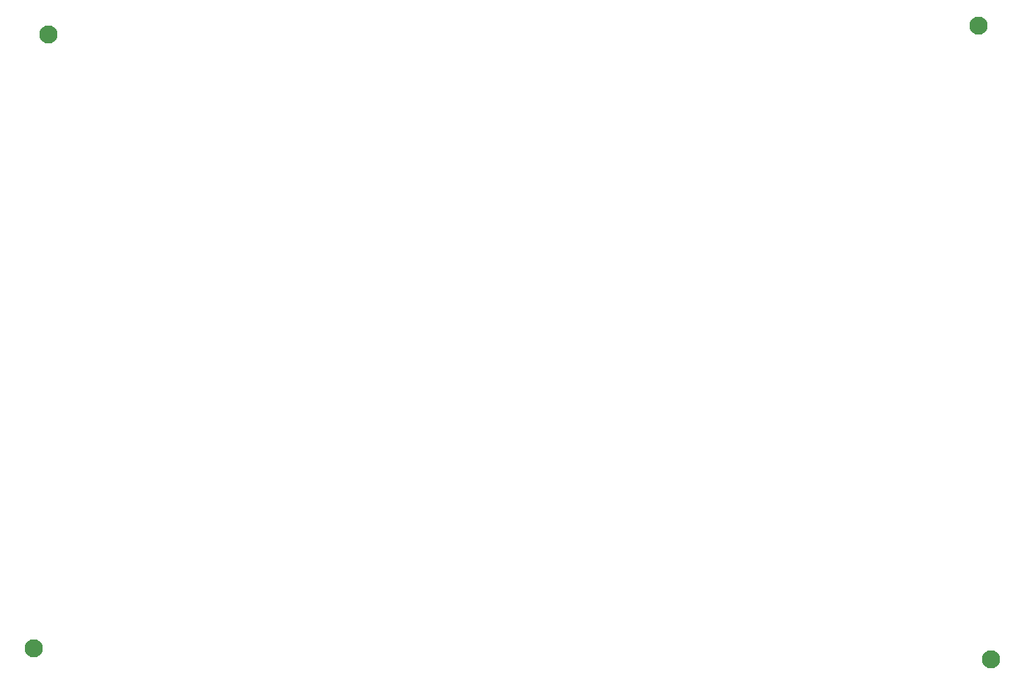
<source format=gbr>
%TF.GenerationSoftware,KiCad,Pcbnew,(7.0.0)*%
%TF.CreationDate,2023-06-01T13:02:33-06:00*%
%TF.ProjectId,V1,56312e6b-6963-4616-945f-706362585858,rev?*%
%TF.SameCoordinates,Original*%
%TF.FileFunction,Soldermask,Bot*%
%TF.FilePolarity,Negative*%
%FSLAX46Y46*%
G04 Gerber Fmt 4.6, Leading zero omitted, Abs format (unit mm)*
G04 Created by KiCad (PCBNEW (7.0.0)) date 2023-06-01 13:02:33*
%MOMM*%
%LPD*%
G01*
G04 APERTURE LIST*
%ADD10C,2.100000*%
G04 APERTURE END LIST*
D10*
%TO.C,H4*%
X207300000Y-129900000D03*
%TD*%
%TO.C,H3*%
X96800000Y-128600000D03*
%TD*%
%TO.C,H2*%
X205900000Y-56700000D03*
%TD*%
%TO.C,H1*%
X98500000Y-57700000D03*
%TD*%
M02*

</source>
